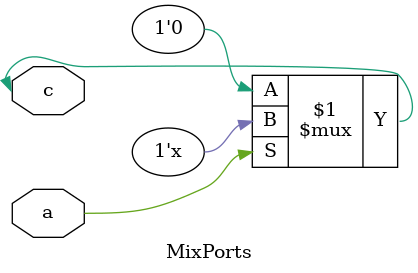
<source format=sv>
module MixPorts(
  input  logic a,
  inout  wire  c
);
  assign c = a ? 1'bz : 1'b0;
endmodule

</source>
